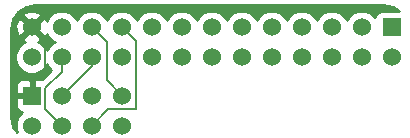
<source format=gbl>
G04 (created by PCBNEW-RS274X (2012-apr-16-27)-stable) date Mon 12 May 2014 23:50:08 BST*
G01*
G70*
G90*
%MOIN*%
G04 Gerber Fmt 3.4, Leading zero omitted, Abs format*
%FSLAX34Y34*%
G04 APERTURE LIST*
%ADD10C,0.006000*%
%ADD11R,0.060000X0.060000*%
%ADD12C,0.060000*%
%ADD13C,0.008000*%
%ADD14C,0.010000*%
G04 APERTURE END LIST*
G54D10*
G54D11*
X53303Y-42492D03*
G54D12*
X53303Y-43492D03*
X54303Y-42492D03*
X54303Y-43492D03*
X55303Y-42492D03*
X55303Y-43492D03*
X56303Y-42492D03*
X56303Y-43492D03*
G54D11*
X65291Y-40209D03*
G54D12*
X65291Y-41209D03*
X64291Y-40209D03*
X64291Y-41209D03*
X63291Y-40209D03*
X63291Y-41209D03*
X62291Y-40209D03*
X62291Y-41209D03*
X61291Y-40209D03*
X61291Y-41209D03*
X60291Y-40209D03*
X60291Y-41209D03*
X59291Y-40209D03*
X59291Y-41209D03*
X58291Y-40209D03*
X58291Y-41209D03*
X57291Y-40209D03*
X57291Y-41209D03*
X56291Y-40209D03*
X56291Y-41209D03*
X55291Y-40209D03*
X55291Y-41209D03*
X54291Y-40209D03*
X54291Y-41209D03*
X53291Y-40209D03*
X53291Y-41209D03*
G54D13*
X55291Y-41209D02*
X55291Y-41504D01*
X55291Y-41504D02*
X54303Y-42492D01*
X54291Y-41687D02*
X54291Y-41209D01*
X53747Y-42231D02*
X54291Y-41687D01*
X53747Y-42936D02*
X53747Y-42231D01*
X54303Y-43492D02*
X53747Y-42936D01*
X55791Y-41980D02*
X56303Y-42492D01*
X55791Y-40709D02*
X55791Y-41980D01*
X55291Y-40209D02*
X55791Y-40709D01*
X55847Y-42948D02*
X55303Y-43492D01*
X56732Y-42948D02*
X55847Y-42948D01*
X56754Y-42926D02*
X56732Y-42948D01*
X56754Y-40672D02*
X56754Y-42926D01*
X56291Y-40209D02*
X56754Y-40672D01*
X53303Y-42492D02*
X53303Y-42049D01*
X53291Y-40209D02*
X53746Y-40664D01*
X53746Y-41606D02*
X53303Y-42049D01*
X53746Y-40664D02*
X53746Y-41606D01*
G54D10*
G36*
X65537Y-39660D02*
X64942Y-39660D01*
X64850Y-39698D01*
X64780Y-39768D01*
X64742Y-39859D01*
X64742Y-39884D01*
X64602Y-39744D01*
X64400Y-39660D01*
X64182Y-39660D01*
X63980Y-39744D01*
X63826Y-39898D01*
X63791Y-39982D01*
X63756Y-39898D01*
X63602Y-39744D01*
X63400Y-39660D01*
X63182Y-39660D01*
X62980Y-39744D01*
X62826Y-39898D01*
X62791Y-39982D01*
X62756Y-39898D01*
X62602Y-39744D01*
X62400Y-39660D01*
X62182Y-39660D01*
X61980Y-39744D01*
X61826Y-39898D01*
X61791Y-39982D01*
X61756Y-39898D01*
X61602Y-39744D01*
X61400Y-39660D01*
X61182Y-39660D01*
X60980Y-39744D01*
X60826Y-39898D01*
X60791Y-39982D01*
X60756Y-39898D01*
X60602Y-39744D01*
X60400Y-39660D01*
X60182Y-39660D01*
X59980Y-39744D01*
X59826Y-39898D01*
X59791Y-39982D01*
X59756Y-39898D01*
X59602Y-39744D01*
X59400Y-39660D01*
X59182Y-39660D01*
X58980Y-39744D01*
X58826Y-39898D01*
X58791Y-39982D01*
X58756Y-39898D01*
X58602Y-39744D01*
X58400Y-39660D01*
X58182Y-39660D01*
X57980Y-39744D01*
X57826Y-39898D01*
X57791Y-39982D01*
X57756Y-39898D01*
X57602Y-39744D01*
X57400Y-39660D01*
X57182Y-39660D01*
X56980Y-39744D01*
X56826Y-39898D01*
X56791Y-39982D01*
X56756Y-39898D01*
X56602Y-39744D01*
X56400Y-39660D01*
X56182Y-39660D01*
X55980Y-39744D01*
X55826Y-39898D01*
X55791Y-39982D01*
X55756Y-39898D01*
X55602Y-39744D01*
X55400Y-39660D01*
X55182Y-39660D01*
X54980Y-39744D01*
X54826Y-39898D01*
X54791Y-39982D01*
X54756Y-39898D01*
X54602Y-39744D01*
X54400Y-39660D01*
X54182Y-39660D01*
X53980Y-39744D01*
X53826Y-39898D01*
X53788Y-39989D01*
X53763Y-39928D01*
X53669Y-39901D01*
X53599Y-39971D01*
X53599Y-39831D01*
X53572Y-39737D01*
X53370Y-39666D01*
X53157Y-39677D01*
X53010Y-39737D01*
X52983Y-39831D01*
X53291Y-40138D01*
X53599Y-39831D01*
X53599Y-39971D01*
X53362Y-40209D01*
X53669Y-40517D01*
X53763Y-40490D01*
X53786Y-40424D01*
X53826Y-40520D01*
X53980Y-40674D01*
X54064Y-40709D01*
X53980Y-40744D01*
X53826Y-40898D01*
X53791Y-40982D01*
X53756Y-40898D01*
X53602Y-40744D01*
X53510Y-40706D01*
X53572Y-40681D01*
X53599Y-40587D01*
X53291Y-40280D01*
X53220Y-40350D01*
X53220Y-40209D01*
X52913Y-39901D01*
X52819Y-39928D01*
X52748Y-40130D01*
X52759Y-40343D01*
X52819Y-40490D01*
X52913Y-40517D01*
X53220Y-40209D01*
X53220Y-40350D01*
X52983Y-40587D01*
X53010Y-40681D01*
X53075Y-40704D01*
X52980Y-40744D01*
X52826Y-40898D01*
X52742Y-41100D01*
X52742Y-41318D01*
X52826Y-41520D01*
X52980Y-41674D01*
X53182Y-41758D01*
X53400Y-41758D01*
X53602Y-41674D01*
X53756Y-41520D01*
X53791Y-41435D01*
X53826Y-41520D01*
X53937Y-41631D01*
X53625Y-41942D01*
X53415Y-41942D01*
X53353Y-42004D01*
X53353Y-42392D01*
X53353Y-42442D01*
X53353Y-42542D01*
X53253Y-42542D01*
X53253Y-42442D01*
X53253Y-42004D01*
X53191Y-41942D01*
X52954Y-41943D01*
X52862Y-41981D01*
X52792Y-42051D01*
X52754Y-42142D01*
X52754Y-42241D01*
X52753Y-42380D01*
X52815Y-42442D01*
X53253Y-42442D01*
X53253Y-42542D01*
X53203Y-42542D01*
X52815Y-42542D01*
X52753Y-42604D01*
X52754Y-42743D01*
X52754Y-42842D01*
X52792Y-42933D01*
X52862Y-43003D01*
X52954Y-43041D01*
X52977Y-43041D01*
X52838Y-43181D01*
X52754Y-43383D01*
X52754Y-43601D01*
X52799Y-43709D01*
X52674Y-43523D01*
X52609Y-43194D01*
X52609Y-40269D01*
X52674Y-39940D01*
X52841Y-39691D01*
X53089Y-39524D01*
X53414Y-39459D01*
X65006Y-39459D01*
X65335Y-39524D01*
X65537Y-39660D01*
X65537Y-39660D01*
G37*
G54D14*
X65537Y-39660D02*
X64942Y-39660D01*
X64850Y-39698D01*
X64780Y-39768D01*
X64742Y-39859D01*
X64742Y-39884D01*
X64602Y-39744D01*
X64400Y-39660D01*
X64182Y-39660D01*
X63980Y-39744D01*
X63826Y-39898D01*
X63791Y-39982D01*
X63756Y-39898D01*
X63602Y-39744D01*
X63400Y-39660D01*
X63182Y-39660D01*
X62980Y-39744D01*
X62826Y-39898D01*
X62791Y-39982D01*
X62756Y-39898D01*
X62602Y-39744D01*
X62400Y-39660D01*
X62182Y-39660D01*
X61980Y-39744D01*
X61826Y-39898D01*
X61791Y-39982D01*
X61756Y-39898D01*
X61602Y-39744D01*
X61400Y-39660D01*
X61182Y-39660D01*
X60980Y-39744D01*
X60826Y-39898D01*
X60791Y-39982D01*
X60756Y-39898D01*
X60602Y-39744D01*
X60400Y-39660D01*
X60182Y-39660D01*
X59980Y-39744D01*
X59826Y-39898D01*
X59791Y-39982D01*
X59756Y-39898D01*
X59602Y-39744D01*
X59400Y-39660D01*
X59182Y-39660D01*
X58980Y-39744D01*
X58826Y-39898D01*
X58791Y-39982D01*
X58756Y-39898D01*
X58602Y-39744D01*
X58400Y-39660D01*
X58182Y-39660D01*
X57980Y-39744D01*
X57826Y-39898D01*
X57791Y-39982D01*
X57756Y-39898D01*
X57602Y-39744D01*
X57400Y-39660D01*
X57182Y-39660D01*
X56980Y-39744D01*
X56826Y-39898D01*
X56791Y-39982D01*
X56756Y-39898D01*
X56602Y-39744D01*
X56400Y-39660D01*
X56182Y-39660D01*
X55980Y-39744D01*
X55826Y-39898D01*
X55791Y-39982D01*
X55756Y-39898D01*
X55602Y-39744D01*
X55400Y-39660D01*
X55182Y-39660D01*
X54980Y-39744D01*
X54826Y-39898D01*
X54791Y-39982D01*
X54756Y-39898D01*
X54602Y-39744D01*
X54400Y-39660D01*
X54182Y-39660D01*
X53980Y-39744D01*
X53826Y-39898D01*
X53788Y-39989D01*
X53763Y-39928D01*
X53669Y-39901D01*
X53599Y-39971D01*
X53599Y-39831D01*
X53572Y-39737D01*
X53370Y-39666D01*
X53157Y-39677D01*
X53010Y-39737D01*
X52983Y-39831D01*
X53291Y-40138D01*
X53599Y-39831D01*
X53599Y-39971D01*
X53362Y-40209D01*
X53669Y-40517D01*
X53763Y-40490D01*
X53786Y-40424D01*
X53826Y-40520D01*
X53980Y-40674D01*
X54064Y-40709D01*
X53980Y-40744D01*
X53826Y-40898D01*
X53791Y-40982D01*
X53756Y-40898D01*
X53602Y-40744D01*
X53510Y-40706D01*
X53572Y-40681D01*
X53599Y-40587D01*
X53291Y-40280D01*
X53220Y-40350D01*
X53220Y-40209D01*
X52913Y-39901D01*
X52819Y-39928D01*
X52748Y-40130D01*
X52759Y-40343D01*
X52819Y-40490D01*
X52913Y-40517D01*
X53220Y-40209D01*
X53220Y-40350D01*
X52983Y-40587D01*
X53010Y-40681D01*
X53075Y-40704D01*
X52980Y-40744D01*
X52826Y-40898D01*
X52742Y-41100D01*
X52742Y-41318D01*
X52826Y-41520D01*
X52980Y-41674D01*
X53182Y-41758D01*
X53400Y-41758D01*
X53602Y-41674D01*
X53756Y-41520D01*
X53791Y-41435D01*
X53826Y-41520D01*
X53937Y-41631D01*
X53625Y-41942D01*
X53415Y-41942D01*
X53353Y-42004D01*
X53353Y-42392D01*
X53353Y-42442D01*
X53353Y-42542D01*
X53253Y-42542D01*
X53253Y-42442D01*
X53253Y-42004D01*
X53191Y-41942D01*
X52954Y-41943D01*
X52862Y-41981D01*
X52792Y-42051D01*
X52754Y-42142D01*
X52754Y-42241D01*
X52753Y-42380D01*
X52815Y-42442D01*
X53253Y-42442D01*
X53253Y-42542D01*
X53203Y-42542D01*
X52815Y-42542D01*
X52753Y-42604D01*
X52754Y-42743D01*
X52754Y-42842D01*
X52792Y-42933D01*
X52862Y-43003D01*
X52954Y-43041D01*
X52977Y-43041D01*
X52838Y-43181D01*
X52754Y-43383D01*
X52754Y-43601D01*
X52799Y-43709D01*
X52674Y-43523D01*
X52609Y-43194D01*
X52609Y-40269D01*
X52674Y-39940D01*
X52841Y-39691D01*
X53089Y-39524D01*
X53414Y-39459D01*
X65006Y-39459D01*
X65335Y-39524D01*
X65537Y-39660D01*
M02*

</source>
